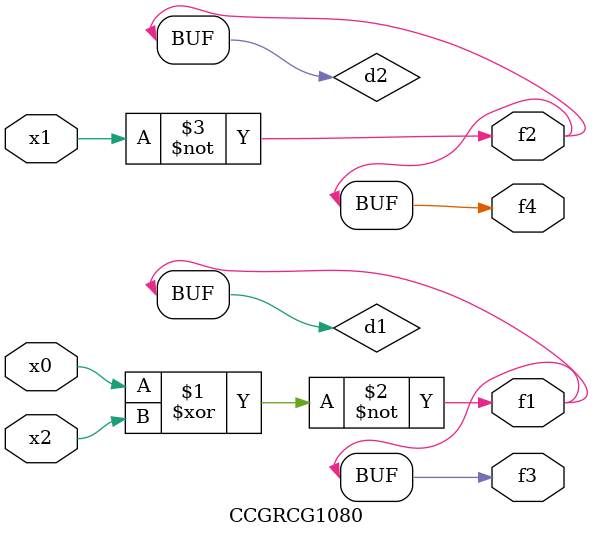
<source format=v>
module CCGRCG1080(
	input x0, x1, x2,
	output f1, f2, f3, f4
);

	wire d1, d2, d3;

	xnor (d1, x0, x2);
	nand (d2, x1);
	nor (d3, x1, x2);
	assign f1 = d1;
	assign f2 = d2;
	assign f3 = d1;
	assign f4 = d2;
endmodule

</source>
